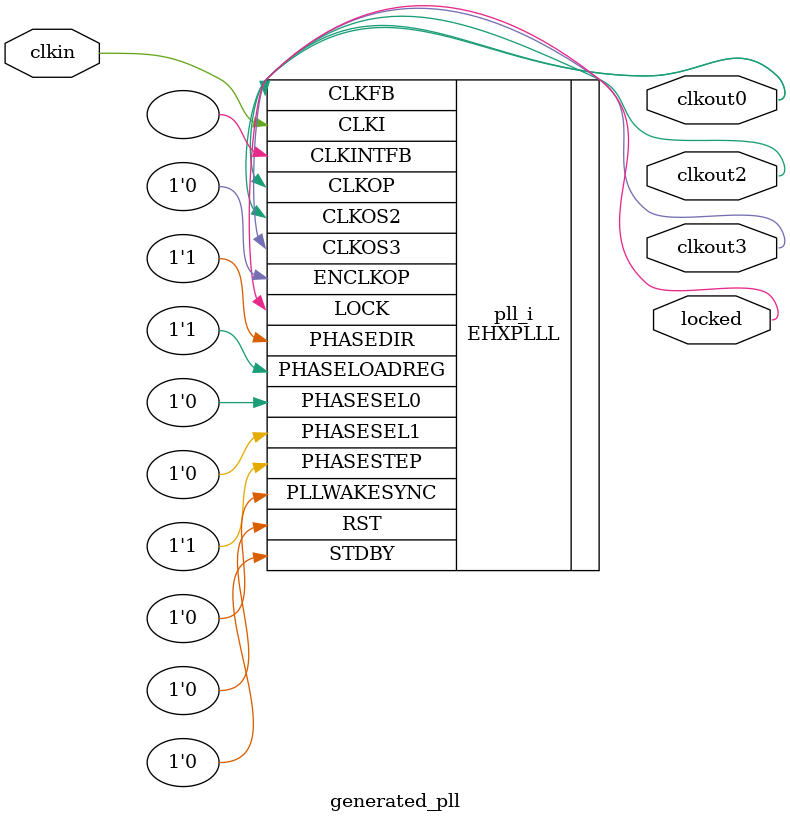
<source format=v>
module generated_pll
(
    input clkin, // 25 MHz, 0 deg
    output clkout0, // 168.75 MHz, 0 deg
    output clkout2, // 33.75 MHz, 0 deg
    output clkout3, // 16.875 MHz, 0 deg
    output locked
);
(* FREQUENCY_PIN_CLKI="25" *)
(* FREQUENCY_PIN_CLKOP="168.75" *)
(* FREQUENCY_PIN_CLKOS2="33.75" *)
(* FREQUENCY_PIN_CLKOS3="16.875" *)
(* ICP_CURRENT="12" *) (* LPF_RESISTOR="8" *) (* MFG_ENABLE_FILTEROPAMP="1" *) (* MFG_GMCREF_SEL="2" *)
EHXPLLL #(
        .PLLRST_ENA("DISABLED"),
        .INTFB_WAKE("DISABLED"),
        .STDBY_ENABLE("DISABLED"),
        .DPHASE_SOURCE("DISABLED"),
        .OUTDIVIDER_MUXA("DIVA"),
        .OUTDIVIDER_MUXB("DIVB"),
        .OUTDIVIDER_MUXC("DIVC"),
        .OUTDIVIDER_MUXD("DIVD"),
        .CLKI_DIV(4),
        .CLKOP_ENABLE("ENABLED"),
        .CLKOP_DIV(4),
        .CLKOP_CPHASE(2),
        .CLKOP_FPHASE(0),
        .CLKOS2_ENABLE("ENABLED"),
        .CLKOS2_DIV(20),
        .CLKOS2_CPHASE(2),
        .CLKOS2_FPHASE(0),
        .CLKOS3_ENABLE("ENABLED"),
        .CLKOS3_DIV(40),
        .CLKOS3_CPHASE(2),
        .CLKOS3_FPHASE(0),
        .FEEDBK_PATH("CLKOP"),
        .CLKFB_DIV(27)
    ) pll_i (
        .RST(1'b0),
        .STDBY(1'b0),
        .CLKI(clkin),
        .CLKOP(clkout0),
        .CLKOS2(clkout2),
        .CLKOS3(clkout3),
        .CLKFB(clkout0),
        .CLKINTFB(),
        .PHASESEL0(1'b0),
        .PHASESEL1(1'b0),
        .PHASEDIR(1'b1),
        .PHASESTEP(1'b1),
        .PHASELOADREG(1'b1),
        .PLLWAKESYNC(1'b0),
        .ENCLKOP(1'b0),
        .LOCK(locked)
	);
endmodule

</source>
